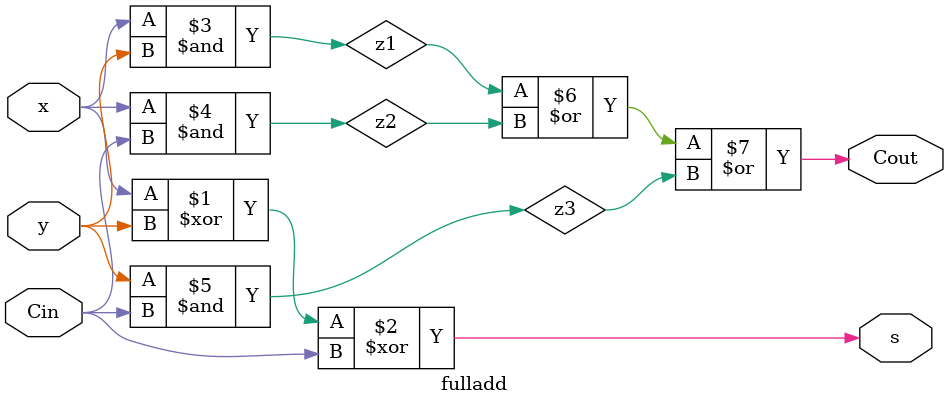
<source format=sv>


module fulladd (Cin, x, y, s, Cout);
 input Cin, x, y;
 output s, Cout;

 xor (s, x, y, Cin);
 and (z1, x, y);
 and (z2, x, Cin);
 and (z3, y, Cin);
 or (Cout, z1, z2, z3);
 endmodule
 

</source>
